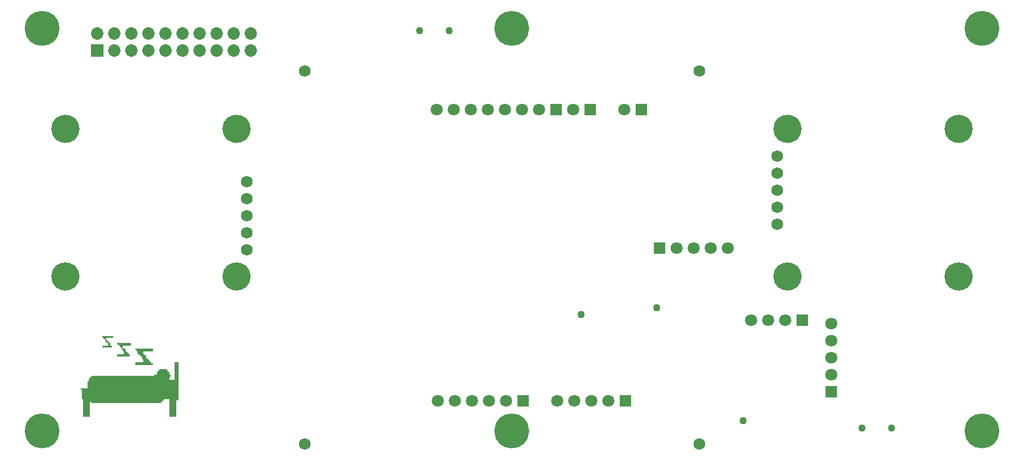
<source format=gbs>
G04*
G04 #@! TF.GenerationSoftware,Altium Limited,Altium NEXUS,2.1.8 (74)*
G04*
G04 Layer_Color=16711935*
%FSLAX25Y25*%
%MOIN*%
G70*
G01*
G75*
%ADD93R,0.07099X0.07099*%
%ADD94C,0.07099*%
%ADD95C,0.06800*%
%ADD96C,0.16548*%
%ADD97R,0.07296X0.07296*%
%ADD98C,0.07296*%
%ADD99R,0.07099X0.07099*%
%ADD100C,0.04343*%
%ADD101C,0.20485*%
G36*
X61546Y74369D02*
X57546D01*
Y73568D01*
Y72768D01*
X58346D01*
Y71969D01*
X59146D01*
Y71169D01*
X59946D01*
Y70368D01*
Y69569D01*
X60746D01*
Y68769D01*
X55146D01*
Y69569D01*
X58346D01*
Y70368D01*
Y71169D01*
X57546D01*
Y71969D01*
X56746D01*
Y72768D01*
Y73568D01*
X55946D01*
Y74369D01*
X55146D01*
Y75169D01*
X61546D01*
Y74369D01*
D02*
G37*
G36*
X71946Y70368D02*
Y69569D01*
X67146D01*
Y68769D01*
Y67968D01*
X68746D01*
Y67168D01*
Y66369D01*
X69546D01*
Y65569D01*
X70346D01*
Y64768D01*
X71146D01*
Y63968D01*
Y63169D01*
X63946D01*
Y63968D01*
Y64768D01*
X67946D01*
Y65569D01*
Y66369D01*
X67146D01*
Y67168D01*
X66346D01*
Y67968D01*
Y68769D01*
X65546D01*
Y69569D01*
X64746D01*
Y70368D01*
X63946D01*
Y71169D01*
X71946D01*
Y70368D01*
D02*
G37*
G36*
X84746Y67168D02*
Y66369D01*
X79146D01*
Y65569D01*
Y64768D01*
X79946D01*
Y63968D01*
X80746D01*
Y63169D01*
Y62369D01*
X81546D01*
Y61568D01*
X82346D01*
Y60769D01*
X83146D01*
Y59969D01*
X83946D01*
Y59168D01*
X84746D01*
Y58368D01*
X74346D01*
Y59168D01*
Y59969D01*
X79146D01*
Y60769D01*
Y61568D01*
X78346D01*
Y62369D01*
Y63169D01*
X77546D01*
Y63968D01*
X76746D01*
Y64768D01*
X75946D01*
Y65569D01*
Y66369D01*
X75146D01*
Y67168D01*
X74346D01*
Y67968D01*
X84746D01*
Y67168D01*
D02*
G37*
G36*
X99946Y59168D02*
Y58368D01*
Y57569D01*
Y56769D01*
Y55968D01*
Y55168D01*
Y54369D01*
Y53569D01*
Y52768D01*
Y51968D01*
Y51169D01*
Y50368D01*
Y49569D01*
Y48768D01*
Y47969D01*
Y47168D01*
Y46369D01*
Y45568D01*
Y44769D01*
Y43968D01*
Y43169D01*
Y42369D01*
Y41568D01*
Y40769D01*
Y39968D01*
Y39169D01*
Y38368D01*
Y37569D01*
X98346D01*
Y36768D01*
Y35969D01*
Y35168D01*
Y34369D01*
Y33569D01*
Y32768D01*
Y31969D01*
Y31168D01*
Y30369D01*
Y29568D01*
Y28769D01*
Y27968D01*
X94346D01*
Y28769D01*
Y29568D01*
Y30369D01*
Y31168D01*
Y31969D01*
Y32768D01*
Y33569D01*
Y34369D01*
Y35168D01*
Y35969D01*
Y36768D01*
Y37569D01*
Y38368D01*
X91146D01*
Y37569D01*
X90346D01*
Y36768D01*
X89546D01*
Y35969D01*
X48746D01*
Y36768D01*
X47946D01*
Y35969D01*
Y35168D01*
Y34369D01*
Y33569D01*
Y32768D01*
Y31969D01*
Y31168D01*
Y30369D01*
Y29568D01*
Y28769D01*
Y27968D01*
X43946D01*
Y28769D01*
Y29568D01*
Y30369D01*
Y31168D01*
Y31969D01*
Y32768D01*
Y33569D01*
Y34369D01*
Y35168D01*
Y35969D01*
Y36768D01*
Y37569D01*
Y38368D01*
X43146D01*
Y39169D01*
Y39968D01*
Y40769D01*
Y41568D01*
Y42369D01*
Y43169D01*
Y43968D01*
X42346D01*
Y44769D01*
X46346D01*
Y45568D01*
Y46369D01*
Y47168D01*
Y47969D01*
Y48768D01*
X47146D01*
Y49569D01*
Y50368D01*
X47946D01*
Y51169D01*
X48746D01*
Y51968D01*
X85546D01*
Y52768D01*
X87146D01*
Y53569D01*
Y54369D01*
X87946D01*
Y55168D01*
X88746D01*
Y55968D01*
X92746D01*
Y55168D01*
X93546D01*
Y54369D01*
X94346D01*
Y53569D01*
Y52768D01*
X95146D01*
Y51968D01*
Y51169D01*
X94346D01*
Y50368D01*
Y49569D01*
X97546D01*
Y50368D01*
Y51169D01*
Y51968D01*
Y52768D01*
Y53569D01*
Y54369D01*
Y55168D01*
Y55968D01*
Y56769D01*
Y57569D01*
Y58368D01*
Y59168D01*
Y59969D01*
X99946D01*
Y59168D01*
D02*
G37*
D93*
X341159Y208302D02*
D03*
X321159D02*
D03*
X371159D02*
D03*
X361659Y37436D02*
D03*
X301659Y37302D02*
D03*
X465475Y84775D02*
D03*
X381739Y126985D02*
D03*
D94*
X331158Y208303D02*
D03*
X251159Y208302D02*
D03*
X261159D02*
D03*
X271159D02*
D03*
X281159D02*
D03*
X291159D02*
D03*
X301159D02*
D03*
X311159D02*
D03*
X361159D02*
D03*
X351659Y37436D02*
D03*
X341659D02*
D03*
X331659D02*
D03*
X321659D02*
D03*
X291659Y37302D02*
D03*
X281659D02*
D03*
X271659D02*
D03*
X261659D02*
D03*
X251659D02*
D03*
X482605Y82580D02*
D03*
Y72580D02*
D03*
Y62580D02*
D03*
Y52580D02*
D03*
X455475Y84775D02*
D03*
X445474D02*
D03*
X435474D02*
D03*
X421739Y126985D02*
D03*
X411739D02*
D03*
X401739D02*
D03*
X391739D02*
D03*
D95*
X405159Y230802D02*
D03*
Y11802D02*
D03*
X173659D02*
D03*
Y230802D02*
D03*
X450866Y181102D02*
D03*
Y171102D02*
D03*
Y161102D02*
D03*
Y151102D02*
D03*
Y141102D02*
D03*
X139685Y126000D02*
D03*
Y136000D02*
D03*
Y146000D02*
D03*
Y156000D02*
D03*
Y166000D02*
D03*
D96*
X456693Y110236D02*
D03*
Y196850D02*
D03*
X557087D02*
D03*
Y110236D02*
D03*
X133858Y196866D02*
D03*
Y110252D02*
D03*
X33465D02*
D03*
Y196866D02*
D03*
D97*
X52244Y242874D02*
D03*
D98*
Y252874D02*
D03*
X62244Y242874D02*
D03*
Y252874D02*
D03*
X72244Y242874D02*
D03*
Y252874D02*
D03*
X82244Y242874D02*
D03*
Y252874D02*
D03*
X92244Y242874D02*
D03*
Y252874D02*
D03*
X102244Y242874D02*
D03*
Y252874D02*
D03*
X112244Y242874D02*
D03*
Y252874D02*
D03*
X122244Y242874D02*
D03*
Y252874D02*
D03*
X132244Y242874D02*
D03*
Y252874D02*
D03*
X142244Y242874D02*
D03*
Y252874D02*
D03*
D99*
X482605Y42580D02*
D03*
D100*
X241259Y254488D02*
D03*
X258582D02*
D03*
X517717Y21220D02*
D03*
X500394D02*
D03*
X430884Y25679D02*
D03*
X380315Y91902D02*
D03*
X335827Y88110D02*
D03*
D101*
X295276Y255906D02*
D03*
Y19685D02*
D03*
X570866Y255906D02*
D03*
Y19685D02*
D03*
X19685D02*
D03*
Y255906D02*
D03*
M02*

</source>
